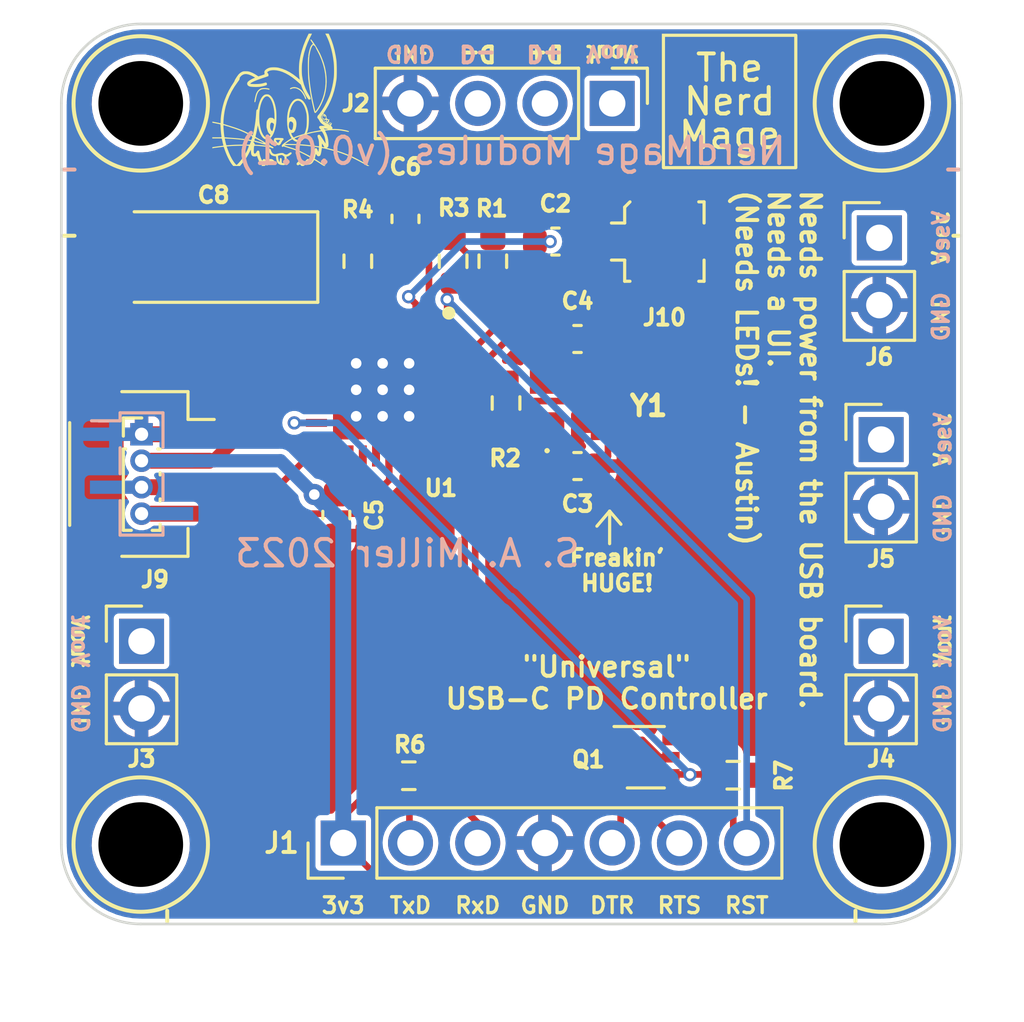
<source format=kicad_pcb>
(kicad_pcb (version 20211014) (generator pcbnew)
  (title_block (title "USB-C PD Controller") (rev "0.0.1") (company "The Nerd Mage"))
  (layers (0 "F.Cu" signal) (31 "B.Cu" signal) (34 "B.Paste" user) (35 "F.Paste" user) (36 "B.SilkS" user "B.Silkscreen") (37 "F.SilkS" user "F.Silkscreen") (38 "B.Mask" user) (39 "F.Mask" user) (44 "Edge.Cuts" user))
  (net 0 "")
  (net 1 "SCL")
  (net 2 "SDA")
  (net 3 "GND")
  (net 4 "/eXo")
  (net 5 "/eXi")
  (net 6 "+3V3")
  (net 7 "Net-(R1-Pad2)")
  (net 8 "RST")
  (net 9 "IO11")
  (net 10 "IO7")
  (net 11 "IO10")
  (net 12 "IO8")
  (net 13 "IO9")
  (net 15 "IO14")
  (net 16 "IO12")
  (net 17 "IO13")
  (net 18 "IO15")
  (net 19 "IO2")
  (net 20 "IO0")
  (net 21 "IO5")
  (net 22 "IO3")
  (net 23 "IO1")
  (net 24 "/DTR")
  (net 25 "/RTS")
  (net 33 "Net-(R4-Pad1)")
  (net 34 "Net-(C1-Pad1)")
  (net 35 "ADC")
  (net 36 "IO16")
  (net 37 "Net-(C2-Pad2)")
  (footprint "Tinker:Mount" (layer "F.Cu") (at 114 101)
    (fp_text reference "REF**" hide)
    (fp_text value "Mount" hide)
    (pad "" np_thru_hole circle (at 0 0) (size 3.2 3.2) (drill 3.2) (layers *.Mask))
  )
  (footprint "Capacitor_SMD:C_0603_1608Metric" (layer "F.Cu") (at 102.5 81.9)
    (fp_text reference "C4" (at 0 -1.43) (layer "F.SilkS") (effects (font (size 0.6 0.6))))
    (fp_text value "20pf")
    (pad "1" smd roundrect (at -0.775 0) (size 0.9 0.95) (layers "F.Cu" "F.Paste" "F.Mask") (net 3 "GND"))
    (pad "2" smd roundrect (at 0.775 0) (size 0.9 0.95) (layers "F.Cu" "F.Paste" "F.Mask") (net 5 "/eXi"))
  )
  (footprint "Resistor_SMD:R_0603_1608Metric" (layer "F.Cu") (at 96.126451 98.398903 180)
    (fp_text reference "R6" (at -0.039097 1.172903) (layer "F.SilkS") (effects (font (size 0.6 0.6))))
    (fp_text value "10K")
    (pad "1" smd roundrect (at -0.825 0 180) (size 0.8 0.95) (layers "F.Cu" "F.Paste" "F.Mask") (net 23 "IO1"))
    (pad "2" smd roundrect (at 0.825 0 180) (size 0.8 0.95) (layers "F.Cu" "F.Paste" "F.Mask") (net 6 "+3V3"))
  )
  (footprint "Resistor_SMD:R_0603_1608Metric" (layer "F.Cu") (at 99.3 78.96288 -90)
    (fp_text reference "R1" (at -1.990012 0.041657) (layer "F.SilkS") (effects (font (size 0.6 0.6))))
    (fp_text value "12K")
    (pad "1" smd roundrect (at -0.825 0 270) (size 0.8 0.95) (layers "F.Cu" "F.Paste" "F.Mask") (net 3 "GND"))
    (pad "2" smd roundrect (at 0.825 0 270) (size 0.8 0.95) (layers "F.Cu" "F.Paste" "F.Mask") (net 7 "Net-(R1-Pad2)"))
  )
  (footprint "Capacitor_SMD:C_0603_1608Metric" (layer "F.Cu") (at 101.665555 78.219654)
    (fp_text reference "C2" (at 0 -1.43) (layer "F.SilkS") (effects (font (size 0.6 0.6))))
    (fp_text value "5.6pf")
    (pad "1" smd roundrect (at -0.775 0) (size 0.9 0.95) (layers "F.Cu" "F.Paste" "F.Mask") (net 34 "Net-(C1-Pad1)"))
    (pad "2" smd roundrect (at 0.775 0) (size 0.9 0.95) (layers "F.Cu" "F.Paste" "F.Mask") (net 37 "Net-(C2-Pad2)"))
  )
  (footprint "Tinker:Mount" (layer "F.Cu") (at 86 101)
    (fp_text reference "REF**" hide)
    (fp_text value "Mount" hide)
    (pad "" np_thru_hole circle (at 0 0) (size 3.2 3.2) (drill 3.2) (layers *.Mask))
  )
  (footprint "Tinker:DagNabbit" (layer "F.Cu") (at 91.4 73.5)
    (fp_text reference "REF**" hide)
    (fp_text value "DagNabbit" hide)
  )
  (footprint "Package_TO_SOT_SMD:SOT-363_SC-70-6" (layer "F.Cu") (at 105.08 97.7)
    (fp_text reference "Q1" (at -2.170259 0.086903) (layer "F.SilkS") (effects (font (size 0.6 0.6))))
    (fp_text value "UMH3N")
    (pad "1" smd rect (at -0.95 -0.65) (size 0.65 0.4) (layers "F.Cu" "F.Paste" "F.Mask") (net 25 "/RTS"))
    (pad "2" smd rect (at -0.95 0) (size 0.65 0.4) (layers "F.Cu" "F.Paste" "F.Mask") (net 24 "/DTR"))
    (pad "3" smd rect (at -0.95 0.65) (size 0.65 0.4) (layers "F.Cu" "F.Paste" "F.Mask") (net 24 "/DTR"))
    (pad "4" smd rect (at 0.95 0.65) (size 0.65 0.4) (layers "F.Cu" "F.Paste" "F.Mask") (net 20 "IO0"))
    (pad "5" smd rect (at 0.95 0) (size 0.65 0.4) (layers "F.Cu" "F.Paste" "F.Mask") (net 25 "/RTS"))
    (pad "6" smd rect (at 0.95 -0.65) (size 0.65 0.4) (layers "F.Cu" "F.Paste" "F.Mask") (net 8 "RST"))
  )
  (footprint "Connector_PinHeader_2.54mm:PinHeader_1x07_P2.54mm_Vertical" (layer "F.Cu") (at 93.65 100.94 90)
    (fp_text reference "J1" (at 0 -2.33 180) (layer "F.SilkS") (effects (font (size 0.75 0.75))))
    (fp_text value "Conn_01x07_Male")
    (pad "1" thru_hole rect (at 0 0 90) (size 1.7 1.7) (drill 1) (layers *.Cu *.Mask) (net 6 "+3V3"))
    (pad "2" thru_hole oval (at 0 2.54 90) (size 1.7 1.7) (drill 1) (layers *.Cu *.Mask) (net 22 "IO3"))
    (pad "3" thru_hole oval (at 0 5.08 90) (size 1.7 1.7) (drill 1) (layers *.Cu *.Mask) (net 23 "IO1"))
    (pad "4" thru_hole oval (at 0 7.62 90) (size 1.7 1.7) (drill 1) (layers *.Cu *.Mask) (net 3 "GND"))
    (pad "5" thru_hole oval (at 0 10.16 90) (size 1.7 1.7) (drill 1) (layers *.Cu *.Mask) (net 24 "/DTR"))
    (pad "6" thru_hole oval (at 0 12.7 90) (size 1.7 1.7) (drill 1) (layers *.Cu *.Mask) (net 25 "/RTS"))
    (pad "7" thru_hole oval (at 0 15.24 90) (size 1.7 1.7) (drill 1) (layers *.Cu *.Mask) (net 8 "RST"))
  )
  (footprint "Tinker:CP_EIA-6032-28-Tantalumm_HandSolder" (layer "F.Cu") (at 88.752567 78.804632 180)
    (fp_text reference "C8" (at 0 2.342531) (layer "F.SilkS") (effects (font (size 0.6 0.6))))
    (fp_text value "22uf" hide)
    (pad "1" smd roundrect (at -2.55 0 180) (size 2.25 2.35) (layers "F.Cu" "F.Paste" "F.Mask") (roundrect_rratio 0.111111) (net 6 "+3V3"))
    (pad "2" smd roundrect (at 2.55 0 180) (size 2.25 2.35) (layers "F.Cu" "F.Paste" "F.Mask") (roundrect_rratio 0.111111) (net 3 "GND"))
  )
  (footprint "Capacitor_SMD:C_0603_1608Metric" (layer "F.Cu") (at 93.387957 88.550294 -90)
    (fp_text reference "C5" (at 0 -1.43 -270) (layer "F.SilkS") (effects (font (size 0.6 0.6))))
    (fp_text value "1uf")
    (pad "1" smd roundrect (at -0.775 0 270) (size 0.9 0.95) (layers "F.Cu" "F.Paste" "F.Mask") (net 6 "+3V3"))
    (pad "2" smd roundrect (at 0.775 0 270) (size 0.9 0.95) (layers "F.Cu" "F.Paste" "F.Mask") (net 3 "GND"))
  )
  (footprint "Tinker:PinHeader_1x02_P2.54mm_Vertical" (layer "F.Cu") (at 113.97 93.32)
    (fp_text reference "J4" (at 0 4.44169) (layer "F.SilkS") (effects (font (size 0.6 0.6))))
    (fp_text value "Conn_01x02_Male" hide)
    (pad "1" thru_hole rect (at 0 0) (size 1.7 1.7) (drill 1) (layers *.Cu *.Mask))
    (pad "2" thru_hole oval (at 0 2.54) (size 1.7 1.7) (drill 1) (layers *.Cu *.Mask) (net 3 "GND"))
  )
  (footprint "Tinker:Mount" (layer "F.Cu") (at 114 73)
    (fp_text reference "REF**" hide)
    (fp_text value "Mount" hide)
    (pad "" np_thru_hole circle (at 0 0) (size 3.2 3.2) (drill 3.2) (layers *.Mask))
  )
  (footprint "Tinker:NerdMage" (layer "F.Cu") (at 108.245525 72.927201)
    (fp_text reference "REF**" hide)
    (fp_text value "NerdMage" hide)
    (fp_text user "Nerd" (at 0 0 unlocked) (layer "F.SilkS"))
    (fp_text user "Mage" (at 0 1.27 unlocked) (layer "F.SilkS"))
    (fp_text user "The" (at 0 -1.27 unlocked) (layer "F.SilkS"))
  )
  (footprint "Resistor_SMD:R_0603_1608Metric" (layer "F.Cu") (at 97.8 78.96288 90)
    (fp_text reference "R3" (at 2.014915 0.027469) (layer "F.SilkS") (effects (font (size 0.6 0.6))))
    (fp_text value "10K")
    (pad "1" smd roundrect (at -0.825 0 90) (size 0.8 0.95) (layers "F.Cu" "F.Paste" "F.Mask") (net 8 "RST"))
    (pad "2" smd roundrect (at 0.825 0 90) (size 0.8 0.95) (layers "F.Cu" "F.Paste" "F.Mask") (net 6 "+3V3"))
  )
  (footprint "Tinker:PinHeader_1x02_P2.54mm_Vertical" (layer "F.Cu") (at 86.03 93.32)
    (fp_text reference "J3" (at 0 4.44169) (layer "F.SilkS") (effects (font (size 0.6 0.6))))
    (fp_text value "Conn_01x02_Male" hide)
    (pad "1" thru_hole rect (at 0 0) (size 1.7 1.7) (drill 1) (layers *.Cu *.Mask))
    (pad "2" thru_hole oval (at 0 2.54) (size 1.7 1.7) (drill 1) (layers *.Cu *.Mask) (net 3 "GND"))
  )
  (footprint "Connector_Coaxial:U.FL_Molex_MCRF_73412-0110_Vertical" (layer "F.Cu") (at 105.781184 78.219654 -90)
    (fp_text reference "J10" (at 2.869224 0) (layer "F.SilkS") (effects (font (size 0.6 0.6))))
    (fp_text value "Conn_Coaxial")
    (pad "1" smd rect (at 0 1.5 270) (size 1 1) (layers "F.Cu" "F.Paste" "F.Mask") (net 37 "Net-(C2-Pad2)"))
    (pad "2" smd rect (at 1.475 0 270) (size 1.05 2.2) (layers "F.Cu" "F.Paste" "F.Mask") (net 3 "GND"))
    (pad "2" smd rect (at 0 -1.5 270) (size 1 1) (layers "F.Cu" "F.Paste" "F.Mask") (net 3 "GND"))
    (pad "2" smd rect (at -1.475 0 270) (size 1.05 2.2) (layers "F.Cu" "F.Paste" "F.Mask") (net 3 "GND"))
  )
  (footprint "Resistor_SMD:R_0603_1608Metric" (layer "F.Cu") (at 108.38329 98.380322)
    (fp_text reference "R7" (at 1.907968 0.014818 90) (layer "F.SilkS") (effects (font (size 0.6 0.6))))
    (fp_text value "10K")
    (pad "1" smd roundrect (at -0.825 0) (size 0.8 0.95) (layers "F.Cu" "F.Paste" "F.Mask") (net 20 "IO0"))
    (pad "2" smd roundrect (at 0.825 0) (size 0.8 0.95) (layers "F.Cu" "F.Paste" "F.Mask") (net 6 "+3V3"))
  )
  (footprint "Resistor_SMD:R_0603_1608Metric" (layer "F.Cu") (at 94.2 78.96288 90)
    (fp_text reference "R4" (at 1.949652 -0.004566) (layer "F.SilkS") (effects (font (size 0.6 0.6))))
    (fp_text value "10K")
    (pad "1" smd roundrect (at -0.825 0 90) (size 0.8 0.95) (layers "F.Cu" "F.Paste" "F.Mask") (net 33 "Net-(R4-Pad1)"))
    (pad "2" smd roundrect (at 0.825 0 90) (size 0.8 0.95) (layers "F.Cu" "F.Paste" "F.Mask") (net 6 "+3V3"))
  )
  (footprint "Tinker:QWIIC_Stackable" (layer "F.Cu") (at 86.03 87 -90)
    (fp_text reference "J9" (at 3.986772 -0.505 180) (layer "F.SilkS") (effects (font (size 0.6 0.6))))
    (fp_text value "QWIIC_Stackable" hide)
    (pad "1" thru_hole rect (at -1.5 0) (size 0.85 0.85) (drill 0.5) (layers *.Cu *.Mask) (net 3 "GND"))
    (pad "1" smd roundrect (at -1.5 -1.47 270) (size 0.6 2.55) (layers "F.Cu" "F.Paste" "F.Mask") (net 3 "GND"))
    (pad "1" smd rect (at -1.5 0.975) (size 1.95 0.5) (layers "B.Cu" "B.Paste" "B.Mask") (net 3 "GND"))
    (pad "2" thru_hole oval (at -0.5 0) (size 0.85 0.85) (drill 0.5) (layers *.Cu *.Mask) (net 6 "+3V3"))
    (pad "2" smd roundrect (at -0.5 -1.47 270) (size 0.6 2.55) (layers "F.Cu" "F.Paste" "F.Mask") (net 6 "+3V3"))
    (pad "2" smd rect (at -0.5 -0.975) (size 1.95 0.5) (layers "B.Cu" "B.Paste" "B.Mask") (net 6 "+3V3"))
    (pad "3" smd rect (at 0.5 0.975) (size 1.95 0.5) (layers "B.Cu" "B.Paste" "B.Mask") (net 2 "SDA"))
    (pad "3" thru_hole oval (at 0.5 0) (size 0.85 0.85) (drill 0.5) (layers *.Cu *.Mask) (net 2 "SDA"))
    (pad "3" smd roundrect (at 0.5 -1.47 270) (size 0.6 2.55) (layers "F.Cu" "F.Paste" "F.Mask") (net 2 "SDA"))
    (pad "4" thru_hole oval (at 1.5 0) (size 0.85 0.85) (drill 0.5) (layers *.Cu *.Mask) (net 1 "SCL"))
    (pad "4" smd roundrect (at 1.5 -1.47 270) (size 0.6 2.55) (layers "F.Cu" "F.Paste" "F.Mask") (net 1 "SCL"))
    (pad "4" smd rect (at 1.5 -0.975) (size 1.95 0.5) (layers "B.Cu" "B.Paste" "B.Mask") (net 1 "SCL"))
    (pad "MP" smd roundrect (at -2.8 1.905 270) (size 1.2 1.8) (layers "F.Cu" "F.Paste" "F.Mask") (roundrect_rratio 0.208333) (net 3 "GND"))
    (pad "MP" smd roundrect (at 2.8 1.905 270) (size 1.2 1.8) (layers "F.Cu" "F.Paste" "F.Mask") (roundrect_rratio 0.208333) (net 3 "GND"))
  )
  (footprint "Capacitor_SMD:C_0603_1608Metric" (layer "F.Cu") (at 96 77.36288 90)
    (fp_text reference "C6" (at 1.969888 0) (layer "F.SilkS") (effects (font (size 0.6 0.6))))
    (fp_text value "1uf")
    (pad "1" smd roundrect (at -0.775 0 90) (size 0.9 0.95) (layers "F.Cu" "F.Paste" "F.Mask") (net 6 "+3V3"))
    (pad "2" smd roundrect (at 0.775 0 90) (size 0.9 0.95) (layers "F.Cu" "F.Paste" "F.Mask") (net 3 "GND"))
  )
  (footprint "Tinker:PinHeader_1x02_P2.54mm_Vertical" (layer "F.Cu") (at 113.902854 78.08)
    (fp_text reference "J6" (at 0 4.495315) (layer "F.SilkS") (effects (font (size 0.6 0.6))))
    (fp_text value "Conn_01x02_Male" hide)
    (pad "1" thru_hole rect (at 0 0) (size 1.7 1.7) (drill 1) (layers *.Cu *.Mask))
    (pad "2" thru_hole oval (at 0 2.54) (size 1.7 1.7) (drill 1) (layers *.Cu *.Mask) (net 3 "GND"))
  )
  (footprint "Tinker:PinHeader_1x02_P2.54mm_Vertical" (layer "F.Cu") (at 113.97 85.7)
    (fp_text reference "J5" (at 0 4.504702) (layer "F.SilkS") (effects (font (size 0.6 0.6))))
    (fp_text value "Conn_01x02_Male" hide)
    (pad "1" thru_hole rect (at 0 0) (size 1.7 1.7) (drill 1) (layers *.Cu *.Mask))
    (pad "2" thru_hole oval (at 0 2.54) (size 1.7 1.7) (drill 1) (layers *.Cu *.Mask) (net 3 "GND"))
  )
  (footprint "Tinker:Mount" (layer "F.Cu") (at 86 73)
    (fp_text reference "REF**" hide)
    (fp_text value "Mount" hide)
    (pad "" np_thru_hole circle (at 0 0) (size 3.2 3.2) (drill 3.2) (layers *.Mask))
  )
  (footprint "Tinker:ABM825000MHz10B1UT" (layer "F.Cu") (at 102.5 84.32)
    (fp_text reference "Y1" (at 2.687129 0.106632) (layer "F.SilkS") (effects (font (size 0.75 0.75) (thickness 0.1875))))
    (fp_text value "26.000MHz" hide)
    (pad "1" smd rect (at -1.15 0.875 90) (size 1.05 1.3) (layers "F.Cu" "F.Paste" "F.Mask") (net 4 "/eXo"))
    (pad "2" smd rect (at 1.15 0.875 90) (size 1.05 1.3) (layers "F.Cu" "F.Paste" "F.Mask") (net 3 "GND"))
    (pad "3" smd rect (at 1.15 -0.875 90) (size 1.05 1.3) (layers "F.Cu" "F.Paste" "F.Mask") (net 5 "/eXi"))
    (pad "4" smd rect (at -1.15 -0.875 90) (size 1.05 1.3) (layers "F.Cu" "F.Paste" "F.Mask") (net 3 "GND"))
  )
  (footprint "Resistor_SMD:R_0603_1608Metric" (layer "F.Cu") (at 99.8 84.32 90)
    (fp_text reference "R2" (at -2.088284 -0.03071) (layer "F.SilkS") (effects (font (size 0.6 0.6))))
    (fp_text value "1M")
    (pad "1" smd roundrect (at -0.825 0 90) (size 0.8 0.95) (layers "F.Cu" "F.Paste" "F.Mask") (net 4 "/eXo"))
    (pad "2" smd roundrect (at 0.825 0 90) (size 0.8 0.95) (layers "F.Cu" "F.Paste" "F.Mask") (net 5 "/eXi"))
  )
  (footprint "Capacitor_SMD:C_0603_1608Metric" (layer "F.Cu") (at 102.5 86.7 180)
    (fp_text reference "C3" (at 0 -1.43) (layer "F.SilkS") (effects (font (size 0.6 0.6))))
    (fp_text value "20pf")
    (pad "1" smd roundrect (at -0.775 0 180) (size 0.9 0.95) (layers "F.Cu" "F.Paste" "F.Mask") (net 3 "GND"))
    (pad "2" smd roundrect (at 0.775 0 180) (size 0.9 0.95) (layers "F.Cu" "F.Paste" "F.Mask") (net 4 "/eXo"))
  )
  (footprint "Tinker:PinHeader_1x04_P2.54mm_Vertical" (layer "F.Cu") (at 103.81 73 -90)
    (fp_text reference "J2" (at 0 9.68773) (layer "F.SilkS") (effects (font (size 0.6 0.6))))
    (fp_text value "Conn_01x04_Male" hide)
    (pad "1" thru_hole rect (at 0 0 270) (size 1.7 1.7) (drill 1) (layers *.Cu *.Mask))
    (pad "2" thru_hole oval (at 0 2.54 270) (size 1.7 1.7) (drill 1) (layers *.Cu *.Mask))
    (pad "3" thru_hole oval (at 0 5.08 270) (size 1.7 1.7) (drill 1) (layers *.Cu *.Mask))
    (pad "4" thru_hole oval (at 0 7.62 270) (size 1.7 1.7) (drill 1) (layers *.Cu *.Mask) (net 3 "GND"))
  )
  (footprint "Tinker:QFN50P500X500X90-33N-D" (layer "F.Cu") (at 95.137957 83.82 -90)
    (fp_text reference "U1" (at 3.712212 -2.198876) (layer "F.SilkS") (effects (font (size 0.6 0.6))))
    (fp_text value "ESP8285H16" hide)
    (pad "1" smd rect (at -2.5 -1.75) (size 0.3 0.8) (layers "F.Cu" "F.Paste" "F.Mask") (net 6 "+3V3"))
    (pad "2" smd rect (at -2.5 -1.25) (size 0.3 0.8) (layers "F.Cu" "F.Paste" "F.Mask") (net 34 "Net-(C1-Pad1)"))
    (pad "3" smd rect (at -2.5 -0.75) (size 0.3 0.8) (layers "F.Cu" "F.Paste" "F.Mask") (net 6 "+3V3"))
    (pad "4" smd rect (at -2.5 -0.25) (size 0.3 0.8) (layers "F.Cu" "F.Paste" "F.Mask") (net 6 "+3V3"))
    (pad "5" smd rect (at -2.5 0.25) (size 0.3 0.8) (layers "F.Cu" "F.Paste" "F.Mask"))
    (pad "6" smd rect (at -2.5 0.75) (size 0.3 0.8) (layers "F.Cu" "F.Paste" "F.Mask") (net 35 "ADC"))
    (pad "7" smd rect (at -2.5 1.25) (size 0.3 0.8) (layers "F.Cu" "F.Paste" "F.Mask") (net 33 "Net-(R4-Pad1)"))
    (pad "8" smd rect (at -2.5 1.75) (size 0.3 0.8) (layers "F.Cu" "F.Paste" "F.Mask") (net 36 "IO16"))
    (pad "9" smd rect (at -1.75 2.5 270) (size 0.3 0.8) (layers "F.Cu" "F.Paste" "F.Mask") (net 15 "IO14"))
    (pad "10" smd rect (at -1.25 2.5 270) (size 0.3 0.8) (layers "F.Cu" "F.Paste" "F.Mask") (net 16 "IO12"))
    (pad "11" smd rect (at -0.75 2.5 270) (size 0.3 0.8) (layers "F.Cu" "F.Paste" "F.Mask") (net 6 "+3V3"))
    (pad "12" smd rect (at -0.25 2.5 270) (size 0.3 0.8) (layers "F.Cu" "F.Paste" "F.Mask") (net 17 "IO13"))
    (pad "13" smd rect (at 0.25 2.5 270) (size 0.3 0.8) (layers "F.Cu" "F.Paste" "F.Mask") (net 18 "IO15"))
    (pad "14" smd rect (at 0.75 2.5 270) (size 0.3 0.8) (layers "F.Cu" "F.Paste" "F.Mask") (net 19 "IO2"))
    (pad "15" smd rect (at 1.25 2.5 270) (size 0.3 0.8) (layers "F.Cu" "F.Paste" "F.Mask") (net 20 "IO0"))
    (pad "16" smd rect (at 1.75 2.5 270) (size 0.3 0.8) (layers "F.Cu" "F.Paste" "F.Mask") (net 2 "SDA"))
    (pad "17" smd rect (at 2.5 1.75) (size 0.3 0.8) (layers "F.Cu" "F.Paste" "F.Mask") (net 6 "+3V3"))
    (pad "18" smd rect (at 2.5 1.25) (size 0.3 0.8) (layers "F.Cu" "F.Paste" "F.Mask") (net 13 "IO9"))
    (pad "19" smd rect (at 2.5 0.75) (size 0.3 0.8) (layers "F.Cu" "F.Paste" "F.Mask") (net 11 "IO10"))
    (pad "20" smd rect (at 2.5 0.25) (size 0.3 0.8) (layers "F.Cu" "F.Paste" "F.Mask") (net 9 "IO11"))
    (pad "21" smd rect (at 2.5 -0.25) (size 0.3 0.8) (layers "F.Cu" "F.Paste" "F.Mask") (net 1 "SCL"))
    (pad "22" smd rect (at 2.5 -0.75) (size 0.3 0.8) (layers "F.Cu" "F.Paste" "F.Mask") (net 10 "IO7"))
    (pad "23" smd rect (at 2.5 -1.25) (size 0.3 0.8) (layers "F.Cu" "F.Paste" "F.Mask") (net 12 "IO8"))
    (pad "24" smd rect (at 2.5 -1.75) (size 0.3 0.8) (layers "F.Cu" "F.Paste" "F.Mask") (net 21 "IO5"))
    (pad "25" smd rect (at 1.75 -2.5 270) (size 0.3 0.8) (layers "F.Cu" "F.Paste" "F.Mask") (net 22 "IO3"))
    (pad "26" smd rect (at 1.25 -2.5 270) (size 0.3 0.8) (layers "F.Cu" "F.Paste" "F.Mask") (net 23 "IO1"))
    (pad "27" smd rect (at 0.75 -2.5 270) (size 0.3 0.8) (layers "F.Cu" "F.Paste" "F.Mask") (net 4 "/eXo"))
    (pad "28" smd rect (at 0.25 -2.5 270) (size 0.3 0.8) (layers "F.Cu" "F.Paste" "F.Mask") (net 5 "/eXi"))
    (pad "29" smd rect (at -0.25 -2.5 270) (size 0.3 0.8) (layers "F.Cu" "F.Paste" "F.Mask") (net 6 "+3V3"))
    (pad "30" smd rect (at -0.75 -2.5 270) (size 0.3 0.8) (layers "F.Cu" "F.Paste" "F.Mask") (net 6 "+3V3"))
    (pad "31" smd rect (at -1.25 -2.5 270) (size 0.3 0.8) (layers "F.Cu" "F.Paste" "F.Mask") (net 7 "Net-(R1-Pad2)"))
    (pad "32" smd rect (at -1.75 -2.5 270) (size 0.3 0.8) (layers "F.Cu" "F.Paste" "F.Mask") (net 8 "RST"))
    (pad "33" smd rect (at 0 0 270) (size 3.75 3.75) (layers "F.Cu" "F.Paste" "F.Mask") (net 3 "GND"))
  )
  (gr_line (start 83.1 75.5) (end 83.5 75.5) (layer "B.SilkS") (width 0.15))
  (gr_line (start 116.5 75.5) (end 116.9 75.5) (layer "B.SilkS") (width 0.15))
  (gr_line (start 113 103.9) (end 113 103.5) (layer "F.SilkS") (width 0.15))
  (gr_line (start 83.1 78) (end 83.5 78) (layer "F.SilkS") (width 0.15))
  (gr_line (start 103.714245 88.403622) (end 103.712931 89.63317) (layer "F.SilkS") (width 0.12))
  (gr_line (start 116.7 78) (end 116.9 78) (layer "F.SilkS") (width 0.15))
  (gr_line (start 87 103.9) (end 87 103.5) (layer "F.SilkS") (width 0.15))
  (gr_line (start 103.714245 88.403622) (end 103.231723 88.971295) (layer "F.SilkS") (width 0.12))
  (gr_line (start 104.14 88.9) (end 103.714245 88.403622) (layer "F.SilkS") (width 0.12))
  (gr_line (start 117 73) (end 117 101) (layer "Edge.Cuts") (width 0.1))
  (gr_arc (start 86 104) (mid 83.87868 103.12132) (end 83 101) (layer "Edge.Cuts") (width 0.1))
  (gr_arc (start 83 73) (mid 83.87868 70.87868) (end 86 70) (layer "Edge.Cuts") (width 0.1))
  (gr_line (start 86 70) (end 114 70) (layer "Edge.Cuts") (width 0.1))
  (gr_line (start 83 101) (end 83 73) (layer "Edge.Cuts") (width 0.1))
  (gr_arc (start 114 70) (mid 116.12132 70.87868) (end 117 73) (layer "Edge.Cuts") (width 0.1))
  (gr_line (start 86 104) (end 114 104) (layer "Edge.Cuts") (width 0.1))
  (gr_arc (start 117 101) (mid 116.12132 103.12132) (end 114 104) (layer "Edge.Cuts") (width 0.1))
  (gr_text "NerdMage Modules (v0.0.1)" (at 100 74.8) (layer "B.SilkS") (effects (font (size 1 1)) (justify mirror)))
  (gr_text "D+" (at 101.27 71.12 180) (layer "B.SilkS") (effects (font (size 0.6 0.6)) (justify mirror)))
  (gr_text "GND" (at 116.3 88.68 90) (layer "B.SilkS") (effects (font (size 0.6 0.6) (thickness 0.125)) (justify mirror)))
  (gr_text "GND" (at 83.7 95.86 270) (layer "B.SilkS") (effects (font (size 0.6 0.6) (thickness 0.125)) (justify mirror)))
  (gr_text "Vout" (at 116.3 93.32 90) (layer "B.SilkS") (effects (font (size 0.6 0.6) (thickness 0.125)) (justify mirror)))
  (gr_text "GND" (at 116.232854 81.06 90) (layer "B.SilkS") (effects (font (size 0.6 0.6) (thickness 0.125)) (justify mirror)))
  (gr_text "D-" (at 98.73 71.12 180) (layer "B.SilkS") (effects (font (size 0.6 0.6)) (justify mirror)))
  (gr_text "Vout" (at 103.81 71.12 180) (layer "B.SilkS") (effects (font (size 0.6 0.6) (thickness 0.125)) (justify mirror)))
  (gr_text "Vsec" (at 116.3 85.7 90) (layer "B.SilkS") (effects (font (size 0.6 0.6) (thickness 0.125)) (justify mirror)))
  (gr_text "Vsec" (at 116.232854 78.08 90) (layer "B.SilkS") (effects (font (size 0.6 0.6) (thickness 0.125)) (justify mirror)))
  (gr_text "GND" (at 116.3 95.86 90) (layer "B.SilkS") (effects (font (size 0.6 0.6) (thickness 0.125)) (justify mirror)))
  (gr_text "S. A. Miller 2023" (at 96.077957 90) (layer "B.SilkS") (effects (font (size 1 1)) (justify mirror)))
  (gr_text "Vout" (at 83.7 93.32 270) (layer "B.SilkS") (effects (font (size 0.6 0.6) (thickness 0.125)) (justify mirror)))
  (gr_text "GND" (at 96.19 71.12 180) (layer "B.SilkS") (effects (font (size 0.6 0.6) (thickness 0.125)) (justify mirror)))
  (gr_text "Vout" (at 116.3 93.32 90) (layer "F.SilkS") (effects (font (size 0.6 0.6) (thickness 0.125))))
  (gr_text "RxD" (at 98.73 103.3) (layer "F.SilkS") (effects (font (size 0.6 0.6) (thickness 0.125))))
  (gr_text "Needs power from the USB board.\nNeeds a UI.\n(Needs LEDs! - Austin)" (at 110.090137 76.2 -90) (layer "F.SilkS") (effects (font (size 0.75 0.75)) (justify left)))
  (gr_text "GND" (at 116.232854 81.06 90) (layer "F.SilkS") (effects (font (size 0.6 0.6) (thickness 0.125))))
  (gr_text "D-" (at 98.73 71.12 180) (layer "F.SilkS") (effects (font (size 0.6 0.6))))
  (gr_text "GND" (at 101.27 103.3) (layer "F.SilkS") (effects (font (size 0.6 0.6) (thickness 0.125))))
  (gr_text "3v3" (at 93.65 103.3) (layer "F.SilkS") (effects (font (size 0.6 0.6) (thickness 0.125))))
  (gr_text "D+" (at 101.27 71.12 180) (layer "F.SilkS") (effects (font (size 0.6 0.6))))
  (gr_text "TxD" (at 96.19 103.3) (layer "F.SilkS") (effects (font (size 0.6 0.6) (thickness 0.125))))
  (gr_text "GND" (at 116.3 88.68 90) (layer "F.SilkS") (effects (font (size 0.6 0.6) (thickness 0.125))))
  (gr_text "GND" (at 96.19 71.12 180) (layer "F.SilkS") (effects (font (size 0.6 0.6) (thickness 0.125))))
  (gr_text "GND" (at 116.3 95.86 90) (layer "F.SilkS") (effects (font (size 0.6 0.6) (thickness 0.125))))
  (gr_text "RST" (at 108.89 103.3) (layer "F.SilkS") (effects (font (size 0.6 0.6) (thickness 0.125))))
  (gr_text "RTS" (at 106.35 103.3) (layer "F.SilkS") (effects (font (size 0.6 0.6) (thickness 0.125))))
  (gr_text "DTR" (at 103.81 103.3) (layer "F.SilkS") (effects (font (size 0.6 0.6) (thickness 0.125))))
  (gr_text "GND" (at 83.7 95.86 270) (layer "F.SilkS") (effects (font (size 0.6 0.6) (thickness 0.125))))
  (gr_text "{dblquote}Universal{dblquote}\nUSB-C PD Controller" (at 103.602055 94.888949) (layer "F.SilkS") (effects (font (size 0.75 0.75))))
  (gr_text "Vout" (at 103.81 71.12 180) (layer "F.SilkS") (effects (font (size 0.6 0.6) (thickness 0.125))))
  (gr_text "Vsec" (at 116.3 85.7 90) (layer "F.SilkS") (effects (font (size 0.6 0.6) (thickness 0.125))))
  (gr_text "Vout" (at 83.7 93.32 270) (layer "F.SilkS") (effects (font (size 0.6 0.6) (thickness 0.125))))
  (gr_text "Vsec" (at 116.232854 78.08 90) (layer "F.SilkS") (effects (font (size 0.6 0.6) (thickness 0.125))))
  (gr_text "Freakin'\nHUGE!" (at 103.998081 90.64593) (layer "F.SilkS") (effects (font (size 0.6 0.6))))
  (segment (start 94.116867 88.5) (end 87.5 88.5) (width 0.25) (layer "F.Cu") (net 1))
  (segment (start 95.387957 87.22891) (end 94.116867 88.5) (width 0.25) (layer "F.Cu") (net 1))
  (segment (start 95.387957 86.32) (end 95.387957 87.22891) (width 0.25) (layer "F.Cu") (net 1))
  (segment (start 91.173722 87.5) (end 87.5 87.5) (width 0.25) (layer "F.Cu") (net 2))
  (segment (start 92.637957 86.035765) (end 91.173722 87.5) (width 0.25) (layer "F.Cu") (net 2))
  (segment (start 92.637957 85.57) (end 92.637957 86.035765) (width 0.25) (layer "F.Cu") (net 2))
  (segment (start 103.65 86.325) (end 103.275 86.7) (width 0.25) (layer "F.Cu") (net 3))
  (segment (start 103.65 85.195) (end 103.65 86.325) (width 0.25) (layer "F.Cu") (net 3))
  (segment (start 101.35 83.445) (end 101.35 82.275) (width 0.25) (layer "F.Cu") (net 3))
  (segment (start 101.35 82.275) (end 101.725 81.9) (width 0.25) (layer "F.Cu") (net 3))
  (via (at 94.137957 83.82) (size 0.6) (drill 0.4) (layers "F.Cu" "B.Cu") (net 3))
  (via (at 94.137957 82.82) (size 0.6) (drill 0.4) (layers "F.Cu" "B.Cu") (net 3))
  (via (at 96.137957 82.82) (size 0.6) (drill 0.4) (layers "F.Cu" "B.Cu") (net 3))
  (via (at 96.137957 83.82) (size 0.6) (drill 0.4) (layers "F.Cu" "B.Cu") (net 3))
  (via (at 95.137957 82.82) (size 0.6) (drill 0.4) (layers "F.Cu" "B.Cu") (net 3))
  (via (at 94.137957 84.82) (size 0.6) (drill 0.4) (layers "F.Cu" "B.Cu") (net 3))
  (via (at 95.137957 83.82) (size 0.6) (drill 0.4) (layers "F.Cu" "B.Cu") (net 3))
  (via (at 96.137957 84.82) (size 0.6) (drill 0.4) (layers "F.Cu" "B.Cu") (net 3))
  (via (at 95.137957 84.82) (size 0.6) (drill 0.4) (layers "F.Cu" "B.Cu") (net 3))
  (segment (start 101.35 85.195) (end 101.35 86.325) (width 0.25) (layer "F.Cu") (net 4))
  (segment (start 101.35 86.325) (end 101.725 86.7) (width 0.25) (layer "F.Cu") (net 4))
  (segment (start 99.225 84.57) (end 99.8 85.145) (width 0.25) (layer "F.Cu") (net 4))
  (segment (start 99.8 85.145) (end 101.3 85.145) (width 0.25) (layer "F.Cu") (net 4))
  (segment (start 101.3 85.145) (end 101.35 85.195) (width 0.25) (layer "F.Cu") (net 4))
  (segment (start 97.637957 84.57) (end 99.225 84.57) (width 0.25) (layer "F.Cu") (net 4))
  (segment (start 99.225 84.07) (end 99.8 83.495) (width 0.25) (layer "F.Cu") (net 5))
  (segment (start 99.8 83.62) (end 100.425 84.245) (width 0.25) (layer "F.Cu") (net 5))
  (segment (start 103.65 83.445) (end 103.65 82.275) (width 0.25) (layer "F.Cu") (net 5))
  (segment (start 99.8 83.495) (end 99.8 83.62) (width 0.25) (layer "F.Cu") (net 5))
  (segment (start 97.637957 84.07) (end 99.225 84.07) (width 0.25) (layer "F.Cu") (net 5))
  (segment (start 103.65 82.275) (end 103.275 81.9) (width 0.25) (layer "F.Cu") (net 5))
  (segment (start 100.425 84.245) (end 102.85 84.245) (width 0.25) (layer "F.Cu") (net 5))
  (segment (start 102.85 84.245) (end 103.65 83.445) (width 0.25) (layer "F.Cu") (net 5))
  (segment (start 110.338129 102.031354) (end 110.338129 99.510161) (width 0.25) (layer "F.Cu") (net 6))
  (segment (start 95.387957 81.32) (end 95.887957 81.32) (width 0.25) (layer "F.Cu") (net 6))
  (segment (start 98.664475 79.002355) (end 99.837478 79.002355) (width 0.25) (layer "F.Cu") (net 6))
  (segment (start 95.65729 102.93058) (end 109.438903 102.93058) (width 0.25) (layer "F.Cu") (net 6))
  (segment (start 92.637957 83.07) (end 91.915134 83.07) (width 0.25) (layer "F.Cu") (net 6))
  (segment (start 91.915134 83.07) (end 91.302567 83.682567) (width 0.25) (layer "F.Cu") (net 6))
  (segment (start 91.302567 78.804632) (end 91.340819 78.804632) (width 0.25) (layer "F.Cu") (net 6))
  (segment (start 87.5 86.5) (end 88.76 86.5) (width 0.5) (layer "F.Cu") (net 6))
  (segment (start 91.302567 83.957433) (end 91.302567 83.682567) (width 0.5) (layer "F.Cu") (net 6))
  (segment (start 93.65 100.94) (end 93.66671 100.94) (width 0.25) (layer "F.Cu") (net 6))
  (segment (start 94.195117 78.132997) (end 94.2 78.13788) (width 0.25) (layer "F.Cu") (net 6))
  (segment (start 93.387957 87.775294) (end 92.855294 87.775294) (width 0.25) (layer "F.Cu") (net 6))
  (segment (start 97.637957 83.07) (end 98.698922 83.07) (width 0.25) (layer "F.Cu") (net 6))
  (segment (start 109.438903 102.93058) (end 110.338129 102.031354) (width 0.25) (layer "F.Cu") (net 6))
  (segment (start 100.22611 79.390987) (end 100.22611 81.542812) (width 0.25) (layer "F.Cu") (net 6))
  (segment (start 88.76 86.5) (end 91.302567 83.957433) (width 0.5) (layer "F.Cu") (net 6))
  (segment (start 98.698922 83.07) (end 100.22611 81.542812) (width 0.25) (layer "F.Cu") (net 6))
  (segment (start 95.387957 81.32) (end 95.387957 78.749923) (width 0.25) (layer "F.Cu") (net 6))
  (segment (start 96 78.13788) (end 97.8 78.13788) (width 0.25) (layer "F.Cu") (net 6))
  (segment (start 93.65 99.950354) (end 93.65 100.94) (width 0.25) (layer "F.Cu") (net 6))
  (segment (start 95.301451 98.298903) (end 93.65 99.950354) (width 0.25) (layer "F.Cu") (net 6))
  (segment (start 96.887957 81.32) (end 96.887957 79.025837) (width 0.25) (layer "F.Cu") (net 6))
  (segment (start 93.66671 100.94) (end 95.65729 102.93058) (width 0.25) (layer "F.Cu") (net 6))
  (segment (start 97.8 78.13788) (end 98.664475 79.002355) (width 0.25) (layer "F.Cu") (net 6))
  (segment (start 94.2 78.13788) (end 96 78.13788) (width 0.25) (layer "F.Cu") (net 6))
  (segment (start 93.387957 86.32) (end 93.387957 87.775294) (width 0.25) (layer "F.Cu") (net 6))
  (segment (start 95.387957 78.749923) (end 96 78.13788) (width 0.25) (layer "F.Cu") (net 6))
  (segment (start 110.338129 99.510161) (end 109.20829 98.380322) (width 0.25) (layer "F.Cu") (net 6))
  (segment (start 96.887957 79.025837) (end 96 78.13788) (width 0.25) (layer "F.Cu") (net 6))
  (segment (start 97.575457 83.57) (end 97.575457 83.07) (width 0.25) (layer "F.Cu") (net 6))
  (segment (start 91.340819 78.804632) (end 92.012454 78.132997) (width 0.25) (layer "F.Cu") (net 6))
  (segment (start 92.012454 78.132997) (end 94.195117 78.132997) (width 0.25) (layer "F.Cu") (net 6))
  (segment (start 99.837478 79.002355) (end 100.22611 79.390987) (width 0.25) (layer "F.Cu") (net 6))
  (segment (start 91.302567 83.682567) (end 91.302567 78.804632) (width 0.5) (layer "F.Cu") (net 6))
  (via (at 92.555294 87.775294) (size 0.8) (drill 0.4) (layers "F.Cu" "B.Cu") (net 6))
  (segment (start 93.65 88.87) (end 92.555294 87.775294) (width 0.6) (layer "B.Cu") (net 6))
  (segment (start 91.28 86.5) (end 92.555294 87.775294) (width 0.5) (layer "B.Cu") (net 6))
  (segment (start 86.03 86.5) (end 91.28 86.5) (width 0.5) (layer "B.Cu") (net 6))
  (segment (start 93.65 100.94) (end 93.65 88.87) (width 0.6) (layer "B.Cu") (net 6))
  (segment (start 99.3 81.557957) (end 99.3 79.78788) (width 0.25) (layer "F.Cu") (net 7))
  (segment (start 98.287957 82.57) (end 99.3 81.557957) (width 0.25) (layer "F.Cu") (net 7))
  (segment (start 97.637957 82.57) (end 98.287957 82.57) (width 0.25) (layer "F.Cu") (net 7))
  (segment (start 108.89 100.94) (end 108.38329 100.43329) (width 0.25) (layer "F.Cu") (net 8))
  (segment (start 97.575457 82.07) (end 97.575457 79.78788) (width 0.25) (layer "F.Cu") (net 8))
  (segment (start 108.38329 97.593871) (end 107.839419 97.05) (width 0.25) (layer "F.Cu") (net 8))
  (segment (start 107.839419 97.05) (end 106.03 97.05) (width 0.25) (layer "F.Cu") (net 8))
  (segment (start 108.38329 100.43329) (end 108.38329 97.593871) (width 0.25) (layer "F.Cu") (net 8))
  (via (at 97.575457 80.404964) (size 0.5) (drill 0.3) (layers "F.Cu" "B.Cu") (net 8))
  (segment (start 97.575457 80.404964) (end 108.89 91.719507) (width 0.25) (layer "B.Cu") (net 8))
  (segment (start 108.89 91.719507) (end 108.89 100.94) (width 0.25) (layer "B.Cu") (net 8))
  (segment (start 92.700457 85.07) (end 91.8 85.07) (width 0.25) (layer "F.Cu") (net 20))
  (segment (start 106.03 98.35) (end 107.566988 98.35) (width 0.25) (layer "F.Cu") (net 20))
  (via (at 91.8 85.07) (size 0.5) (drill 0.3) (layers "F.Cu" "B.Cu") (net 20))
  (via (at 106.748625 98.361406) (size 0.5) (drill 0.3) (layers "F.Cu" "B.Cu") (net 20))
  (segment (start 93.418529 85.07) (end 99.969212 91.620683) (width 0.25) (layer "B.Cu") (net 20))
  (segment (start 106.748625 98.356617) (end 106.748625 98.361406) (width 0.25) (layer "B.Cu") (net 20))
  (segment (start 100.012691 91.620683) (end 106.748625 98.356617) (width 0.25) (layer "B.Cu") (net 20))
  (segment (start 91.8 85.07) (end 93.418529 85.07) (width 0.25) (layer "B.Cu") (net 20))
  (segment (start 99.969212 91.620683) (end 100.012691 91.620683) (width 0.25) (layer "B.Cu") (net 20))
  (segment (start 98.234917 95.217654) (end 96.150492 97.302079) (width 0.25) (layer "F.Cu") (net 22))
  (segment (start 97.637957 85.57) (end 98.17279 85.57) (width 0.25) (layer "F.Cu") (net 22))
  (segment (start 98.17279 85.57) (end 98.234917 85.632127) (width 0.25) (layer "F.Cu") (net 22))
  (segment (start 98.234917 85.632127) (end 98.234917 95.217654) (width 0.25) (layer "F.Cu") (net 22))
  (segment (start 96.150492 97.302079) (end 96.150492 100.900492) (width 0.25) (layer "F.Cu") (net 22))
  (segment (start 96.150492 100.900492) (end 96.19 100.94) (width 0.25) (layer "F.Cu") (net 22))
  (segment (start 98.73 100.177452) (end 98.73 100.94) (width 0.25) (layer "F.Cu") (net 23))
  (segment (start 96.951451 98.398903) (end 98.73 100.177452) (width 0.25) (layer "F.Cu") (net 23))
  (segment (start 98.634917 85.41696) (end 98.287957 85.07) (width 0.25) (layer "F.Cu") (net 23))
  (segment (start 96.951451 98.398903) (end 96.951451 97.066806) (width 0.25) (layer "F.Cu") (net 23))
  (segment (start 96.951451 97.066806) (end 98.634917 95.38334) (width 0.25) (layer "F.Cu") (net 23))
  (segment (start 98.634917 95.38334) (end 98.634917 85.41696) (width 0.25) (layer "F.Cu") (net 23))
  (segment (start 98.287957 85.07) (end 97.637957 85.07) (width 0.25) (layer "F.Cu") (net 23))
  (segment (start 104.13 98.35) (end 104.13 100.62) (width 0.25) (layer "F.Cu") (net 24))
  (segment (start 104.13 97.7) (end 104.13 98.35) (width 0.25) (layer "F.Cu") (net 24))
  (segment (start 104.13 100.62) (end 103.81 100.94) (width 0.25) (layer "F.Cu") (net 24))
  (segment (start 105.302041 98.002959) (end 105.302041 99.892041) (width 0.25) (layer "F.Cu") (net 25))
  (segment (start 104.955 97.05) (end 105.605 97.7) (width 0.25) (layer "F.Cu") (net 25))
  (segment (start 104.13 97.05) (end 104.955 97.05) (width 0.25) (layer "F.Cu") (net 25))
  (segment (start 105.605 97.7) (end 106.03 97.7) (width 0.25) (layer "F.Cu") (net 25))
  (segment (start 105.302041 99.892041) (end 106.35 100.94) (width 0.25) (layer "F.Cu") (net 25))
  (segment (start 105.605 97.7) (end 105.302041 98.002959) (width 0.25) (layer "F.Cu") (net 25))
  (segment (start 93.887957 80.099923) (end 94.2 79.78788) (width 0.25) (layer "F.Cu") (net 33))
  (segment (start 93.887957 81.3825) (end 93.887957 80.099923) (width 0.25) (layer "F.Cu") (net 33))
  (segment (start 96.387957 81.32) (end 96.387957 80.572193) (width 0.25) (layer "F.Cu") (net 34))
  (segment (start 96.387957 80.572193) (end 96.118488 80.302724) (width 0.25) (layer "F.Cu") (net 34))
  (via (at 101.465555 78.219654) (size 0.5) (drill 0.3) (layers "F.Cu" "B.Cu") (net 34))
  (via (at 96.118488 80.302724) (size 0.5) (drill 0.3) (layers "F.Cu" "B.Cu") (net 34))
  (segment (start 98.201558 78.219654) (end 96.118488 80.302724) (width 0.25) (layer "B.Cu") (net 34))
  (segment (start 101.465555 78.219654) (end 98.201558 78.219654) (width 0.25) (layer "B.Cu") (net 34))
  (segment (start 102.440555 78.219654) (end 104.281184 78.219654) (width 0.25) (layer "F.Cu") (net 37))
  (zone (net 3) (net_name "GND") (layer "F.Cu") (connect_pads (clearance 0.254)) (min_thickness 0.254) (fill yes (thermal_gap 0.254) (thermal_bridge_width 0.508))
    (polygon (pts (xy 118.582229 104.809465) (xy 81.651499 104.809467) (xy 81.651498 69.584881) (xy 118.582228 69.584879)))
  )
  (zone (net 3) (net_name "GND") (layer "B.Cu") (connect_pads (clearance 0.2)) (min_thickness 0.2) (fill yes (thermal_gap 0.254) (thermal_bridge_width 0.508))
    (polygon (pts (xy 119.380001 105.507005) (xy 80.682697 105.507005) (xy 80.682697 69.09421) (xy 119.380001 69.09421)))
  )
)
</source>
